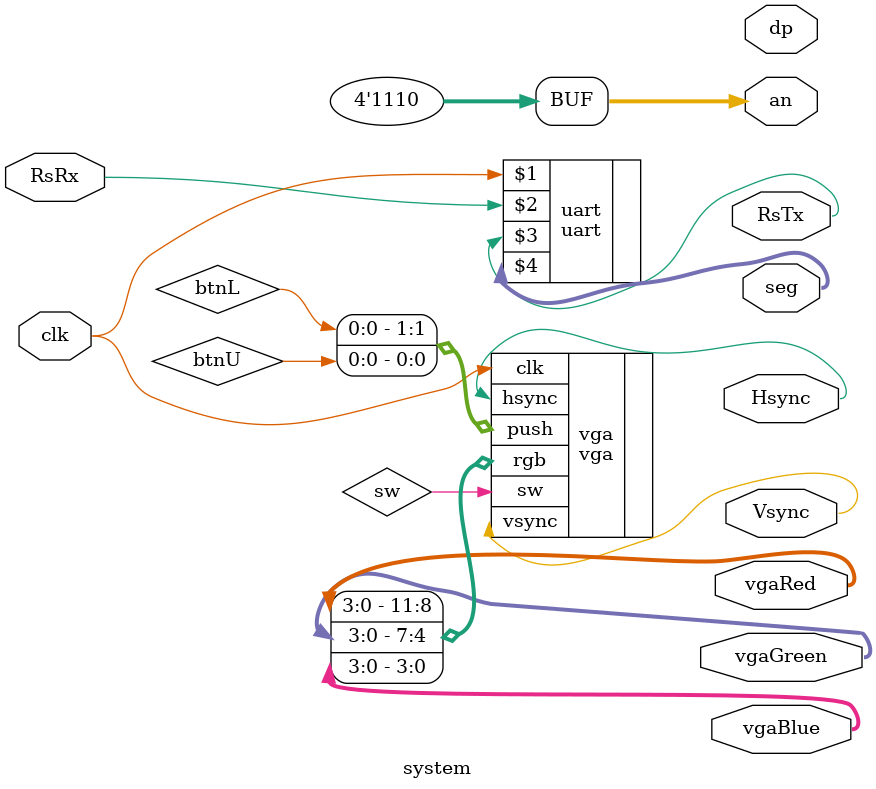
<source format=v>



module system(
    output wire RsTx, //uart
    input wire RsRx, //uart
    input clk, //both
    output wire Hsync, Vsync, //vga
    output wire [3:0] vgaRed, vgaGreen, vgaBlue, //vga
    output [6:0] seg,
    output dp,
    output [3:0] an
    );

assign an=4'b1110;
uart uart(clk,RsRx,RsTx, seg);
vga vga(
    .clk(clk), .sw(sw),
    .push({btnL, btnU}),
    .hsync(Hsync), .vsync(Vsync),
    .rgb({vgaRed, vgaGreen, vgaBlue})
    );
endmodule


</source>
